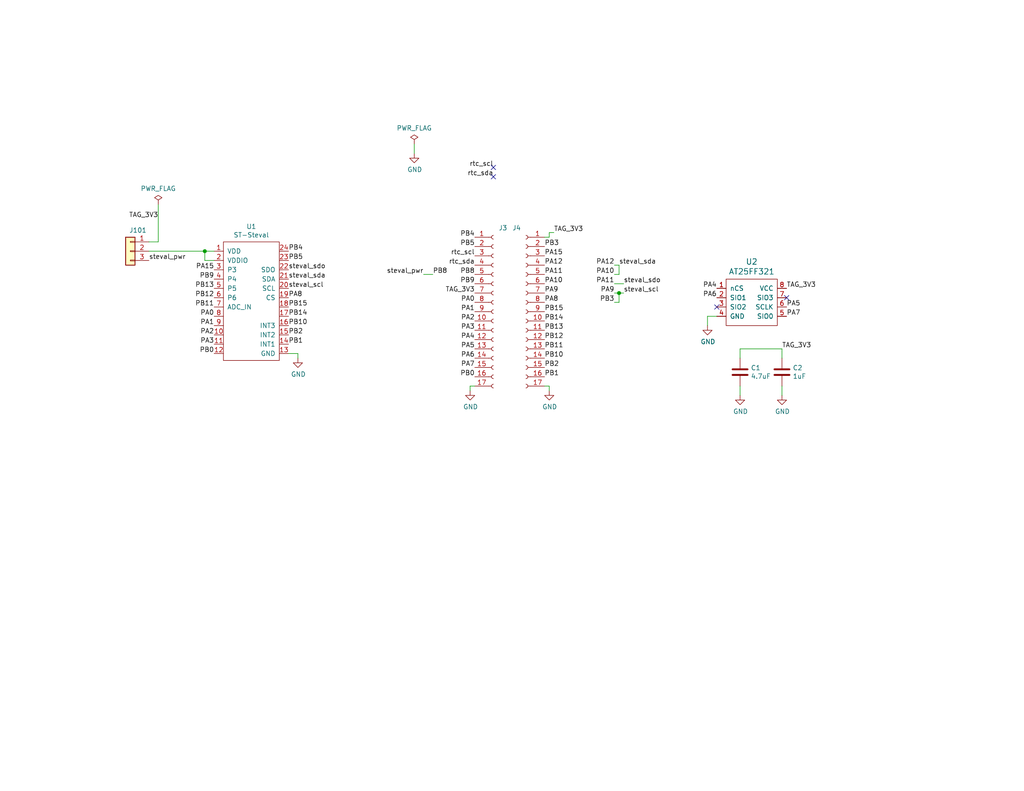
<source format=kicad_sch>
(kicad_sch (version 20231120) (generator "eeschema") (generator_version "8.0")
  (paper "A")
  (title_block (title "Tag Breakout Board Steval Dauguter") (date "2020-10-24"))
  (lib_symbols
    (symbol "Connector_Generic:Conn_01x03" (pin_names (offset 1.016) hide)
      (property "Reference" "J" (at 0 5.08 0))
      (property "Value" "Conn_01x03" (at 0 -5.08 0))
      (symbol "Conn_01x03_1_1"
        (rectangle (start -1.27 -2.413) (end 0 -2.667) (stroke (width 0.1524)))
        (rectangle (start -1.27 0.127) (end 0 -0.127) (stroke (width 0.1524)))
        (rectangle (start -1.27 2.667) (end 0 2.413) (stroke (width 0.1524)))
        (rectangle (start -1.27 3.81) (end 1.27 -3.81) (stroke (width 0.254)) (fill (type background)))
        (pin passive line (at -5.08 2.54 0) (length 3.81) (name "Pin_1") (number "1"))
        (pin passive line (at -5.08 0 0) (length 3.81) (name "Pin_2") (number "2"))
        (pin passive line (at -5.08 -2.54 0) (length 3.81) (name "Pin_3") (number "3"))
      )
    )
    (symbol "Device:C" (pin_numbers hide) (pin_names (offset 0.254))
      (property "Reference" "C" (at 0.635 2.54 0))
      (property "Value" "C" (at 0.635 -2.54 0))
      (symbol "C_0_1"
        (polyline (pts (xy -2.032 -0.762) (xy 2.032 -0.762)) (stroke (width 0.508)))
        (polyline (pts (xy -2.032 0.762) (xy 2.032 0.762)) (stroke (width 0.508)))
      )
      (symbol "C_1_1"
        (pin passive line (at 0 3.81 270) (length 2.794) (name "~") (number "1"))
        (pin passive line (at 0 -3.81 90) (length 2.794) (name "~") (number "2"))
      )
    )
    (symbol "power:GND" (power) (pin_names (offset 0))
      (property "Value" "GND" (at 0 -3.81 0))
      (symbol "GND_0_1"
        (polyline (pts (xy 0 0) (xy 0 -1.27) (xy 1.27 -1.27) (xy 0 -2.54) (xy -1.27 -1.27) (xy 0 -1.27)))
      )
      (symbol "GND_1_1"
        (pin power_in line (at 0 0 270) (length 0) hide (name "GND") (number "1"))
      )
    )
    (symbol "power:PWR_FLAG" (power) (pin_numbers hide) (pin_names (offset 0) hide)
      (property "Value" "PWR_FLAG" (at 0 3.81 0))
      (symbol "PWR_FLAG_0_0"
        (pin power_out line (at 0 0 90) (length 0) (name "pwr") (number "1"))
      )
      (symbol "PWR_FLAG_0_1"
        (polyline (pts (xy 0 0) (xy 0 1.27) (xy -1.016 1.905) (xy 0 2.54) (xy 1.016 1.905) (xy 0 1.27)))
      )
    )
    (symbol "tag-breakout-steval-daughter-v2-rescue:Conn_01x17_Female-Connector" (pin_names (offset 1.016) hide)
      (property "Reference" "J" (at 0 22.86 0))
      (property "Value" "Conn_01x17_Female-Connector" (at 0 -22.86 0))
      (symbol "Conn_01x17_Female-Connector_1_1"
        (arc (start 0 -19.812) (mid -0.5058 -20.32) (end 0 -20.828) (stroke (width 0.1524)))
        (arc (start 0 -17.272) (mid -0.5058 -17.78) (end 0 -18.288) (stroke (width 0.1524)))
        (arc (start 0 -14.732) (mid -0.5058 -15.24) (end 0 -15.748) (stroke (width 0.1524)))
        (arc (start 0 -12.192) (mid -0.5058 -12.7) (end 0 -13.208) (stroke (width 0.1524)))
        (arc (start 0 -9.652) (mid -0.5058 -10.16) (end 0 -10.668) (stroke (width 0.1524)))
        (arc (start 0 -7.112) (mid -0.5058 -7.62) (end 0 -8.128) (stroke (width 0.1524)))
        (arc (start 0 -4.572) (mid -0.5058 -5.08) (end 0 -5.588) (stroke (width 0.1524)))
        (arc (start 0 -2.032) (mid -0.5058 -2.54) (end 0 -3.048) (stroke (width 0.1524)))
        (polyline (pts (xy -1.27 -20.32) (xy -0.508 -20.32)) (stroke (width 0.1524)))
        (polyline (pts (xy -1.27 -17.78) (xy -0.508 -17.78)) (stroke (width 0.1524)))
        (polyline (pts (xy -1.27 -15.24) (xy -0.508 -15.24)) (stroke (width 0.1524)))
        (polyline (pts (xy -1.27 -12.7) (xy -0.508 -12.7)) (stroke (width 0.1524)))
        (polyline (pts (xy -1.27 -10.16) (xy -0.508 -10.16)) (stroke (width 0.1524)))
        (polyline (pts (xy -1.27 -7.62) (xy -0.508 -7.62)) (stroke (width 0.1524)))
        (polyline (pts (xy -1.27 -5.08) (xy -0.508 -5.08)) (stroke (width 0.1524)))
        (polyline (pts (xy -1.27 -2.54) (xy -0.508 -2.54)) (stroke (width 0.1524)))
        (polyline (pts (xy -1.27 0) (xy -0.508 0)) (stroke (width 0.1524)))
        (polyline (pts (xy -1.27 2.54) (xy -0.508 2.54)) (stroke (width 0.1524)))
        (polyline (pts (xy -1.27 5.08) (xy -0.508 5.08)) (stroke (width 0.1524)))
        (polyline (pts (xy -1.27 7.62) (xy -0.508 7.62)) (stroke (width 0.1524)))
        (polyline (pts (xy -1.27 10.16) (xy -0.508 10.16)) (stroke (width 0.1524)))
        (polyline (pts (xy -1.27 12.7) (xy -0.508 12.7)) (stroke (width 0.1524)))
        (polyline (pts (xy -1.27 15.24) (xy -0.508 15.24)) (stroke (width 0.1524)))
        (polyline (pts (xy -1.27 17.78) (xy -0.508 17.78)) (stroke (width 0.1524)))
        (polyline (pts (xy -1.27 20.32) (xy -0.508 20.32)) (stroke (width 0.1524)))
        (arc (start 0 0.508) (mid -0.5058 0) (end 0 -0.508) (stroke (width 0.1524)))
        (arc (start 0 3.048) (mid -0.5058 2.54) (end 0 2.032) (stroke (width 0.1524)))
        (arc (start 0 5.588) (mid -0.5058 5.08) (end 0 4.572) (stroke (width 0.1524)))
        (arc (start 0 8.128) (mid -0.5058 7.62) (end 0 7.112) (stroke (width 0.1524)))
        (arc (start 0 10.668) (mid -0.5058 10.16) (end 0 9.652) (stroke (width 0.1524)))
        (arc (start 0 13.208) (mid -0.5058 12.7) (end 0 12.192) (stroke (width 0.1524)))
        (arc (start 0 15.748) (mid -0.5058 15.24) (end 0 14.732) (stroke (width 0.1524)))
        (arc (start 0 18.288) (mid -0.5058 17.78) (end 0 17.272) (stroke (width 0.1524)))
        (arc (start 0 20.828) (mid -0.5058 20.32) (end 0 19.812) (stroke (width 0.1524)))
        (pin passive line (at -5.08 20.32 0) (length 3.81) (name "Pin_1") (number "1"))
        (pin passive line (at -5.08 -2.54 0) (length 3.81) (name "Pin_10") (number "10"))
        (pin passive line (at -5.08 -5.08 0) (length 3.81) (name "Pin_11") (number "11"))
        (pin passive line (at -5.08 -7.62 0) (length 3.81) (name "Pin_12") (number "12"))
        (pin passive line (at -5.08 -10.16 0) (length 3.81) (name "Pin_13") (number "13"))
        (pin passive line (at -5.08 -12.7 0) (length 3.81) (name "Pin_14") (number "14"))
        (pin passive line (at -5.08 -15.24 0) (length 3.81) (name "Pin_15") (number "15"))
        (pin passive line (at -5.08 -17.78 0) (length 3.81) (name "Pin_16") (number "16"))
        (pin passive line (at -5.08 -20.32 0) (length 3.81) (name "Pin_17") (number "17"))
        (pin passive line (at -5.08 17.78 0) (length 3.81) (name "Pin_2") (number "2"))
        (pin passive line (at -5.08 15.24 0) (length 3.81) (name "Pin_3") (number "3"))
        (pin passive line (at -5.08 12.7 0) (length 3.81) (name "Pin_4") (number "4"))
        (pin passive line (at -5.08 10.16 0) (length 3.81) (name "Pin_5") (number "5"))
        (pin passive line (at -5.08 7.62 0) (length 3.81) (name "Pin_6") (number "6"))
        (pin passive line (at -5.08 5.08 0) (length 3.81) (name "Pin_7") (number "7"))
        (pin passive line (at -5.08 2.54 0) (length 3.81) (name "Pin_8") (number "8"))
        (pin passive line (at -5.08 0 0) (length 3.81) (name "Pin_9") (number "9"))
      )
    )
    (symbol "tag-breakout-steval-daughter-v2-rescue:MX25R6435F-gpsparts" (pin_names (offset 1.016))
      (property "Reference" "U" (at 0 8.89 0))
      (property "Value" "MX25R6435F-gpsparts" (at 0 -8.89 0))
      (symbol "MX25R6435F-gpsparts_0_1"
        (rectangle (start -7.62 -6.35) (end 6.35 6.35))
      )
      (symbol "MX25R6435F-gpsparts_1_1"
        (pin input line (at -10.16 3.81 0) (length 2.54) (name "nCS") (number "1"))
        (pin bidirectional line (at -10.16 1.27 0) (length 2.54) (name "SIO1") (number "2"))
        (pin bidirectional line (at -10.16 -1.27 0) (length 2.54) (name "SIO2") (number "3"))
        (pin power_in line (at -10.16 -3.81 0) (length 2.54) (name "GND") (number "4"))
        (pin bidirectional line (at 8.89 -3.81 180) (length 2.54) (name "SIO0") (number "5"))
        (pin input line (at 8.89 -1.27 180) (length 2.54) (name "SCLK") (number "6"))
        (pin bidirectional line (at 8.89 1.27 180) (length 2.54) (name "SIO3") (number "7"))
        (pin power_in line (at 8.89 3.81 180) (length 2.54) (name "VCC") (number "8"))
      )
    )
    (symbol "tag-breakout-steval-daughter-v2-rescue:ST-Steval-gpsparts" (pin_names (offset 1.016))
      (property "Reference" "U" (at -0.635 15.875 0))
      (property "Value" "ST-Steval-gpsparts" (at 0 13.97 0))
      (symbol "ST-Steval-gpsparts_0_1"
        (rectangle (start 7.62 12.7) (end -7.62 -19.685))
      )
      (symbol "ST-Steval-gpsparts_1_1"
        (pin power_in line (at -10.16 10.16 0) (length 2.54) (name "VDD") (number "1"))
        (pin input line (at -10.16 -12.7 0) (length 2.54) (name "~") (number "10"))
        (pin input line (at -10.16 -15.24 0) (length 2.54) (name "~") (number "11"))
        (pin input line (at -10.16 -17.78 0) (length 2.54) (name "~") (number "12"))
        (pin power_in line (at 10.16 -17.78 180) (length 2.54) (name "GND") (number "13"))
        (pin input line (at 10.16 -15.24 180) (length 2.54) (name "INT1") (number "14"))
        (pin input line (at 10.16 -12.7 180) (length 2.54) (name "INT2") (number "15"))
        (pin input line (at 10.16 -10.16 180) (length 2.54) (name "INT3") (number "16"))
        (pin input line (at 10.16 -7.62 180) (length 2.54) (name "~") (number "17"))
        (pin input line (at 10.16 -5.08 180) (length 2.54) (name "~") (number "18"))
        (pin input line (at 10.16 -2.54 180) (length 2.54) (name "CS") (number "19"))
        (pin power_in line (at -10.16 7.62 0) (length 2.54) (name "VDDIO") (number "2"))
        (pin input line (at 10.16 0 180) (length 2.54) (name "SCL") (number "20"))
        (pin input line (at 10.16 2.54 180) (length 2.54) (name "SDA") (number "21"))
        (pin output line (at 10.16 5.08 180) (length 2.54) (name "SDO") (number "22"))
        (pin input line (at 10.16 7.62 180) (length 2.54) (name "~") (number "23"))
        (pin input line (at 10.16 10.16 180) (length 2.54) (name "~") (number "24"))
        (pin input line (at -10.16 5.08 0) (length 2.54) (name "P3") (number "3"))
        (pin input line (at -10.16 2.54 0) (length 2.54) (name "P4") (number "4"))
        (pin input line (at -10.16 0 0) (length 2.54) (name "P5") (number "5"))
        (pin input line (at -10.16 -2.54 0) (length 2.54) (name "P6") (number "6"))
        (pin input line (at -10.16 -5.08 0) (length 2.54) (name "ADC_IN") (number "7"))
        (pin input line (at -10.16 -7.62 0) (length 2.54) (name "~") (number "8"))
        (pin input line (at -10.16 -10.16 0) (length 2.54) (name "~") (number "9"))
      )
    )
  )
  (junction (at 168.91 80.01))
  (junction (at 55.88 68.58))
  (no_connect (at 195.58 83.82))
  (no_connect (at 134.62 48.26))
  (no_connect (at 214.63 81.28))
  (no_connect (at 134.62 45.72))
  (wire (pts (xy 213.36 105.41) (xy 213.36 107.95)))
  (wire (pts (xy 195.58 86.36) (xy 193.04 86.36)))
  (wire (pts (xy 167.64 74.93) (xy 168.91 74.93)))
  (wire (pts (xy 113.03 39.37) (xy 113.03 41.91)))
  (wire (pts (xy 43.18 55.88) (xy 43.18 66.04)))
  (wire (pts (xy 55.88 71.12) (xy 58.42 71.12)))
  (wire (pts (xy 167.64 72.39) (xy 168.91 72.39)))
  (wire (pts (xy 78.74 96.52) (xy 81.28 96.52)))
  (wire (pts (xy 55.88 68.58) (xy 58.42 68.58)))
  (wire (pts (xy 128.27 105.41) (xy 128.27 106.68)))
  (wire (pts (xy 55.88 68.58) (xy 55.88 71.12)))
  (wire (pts (xy 168.91 80.01) (xy 170.18 80.01)))
  (wire (pts (xy 40.64 66.04) (xy 43.18 66.04)))
  (wire (pts (xy 149.86 105.41) (xy 149.86 106.68)))
  (wire (pts (xy 149.86 64.77) (xy 148.59 64.77)))
  (wire (pts (xy 168.91 72.39) (xy 168.91 74.93)))
  (wire (pts (xy 213.36 95.25) (xy 201.93 95.25)))
  (wire (pts (xy 40.64 68.58) (xy 55.88 68.58)))
  (wire (pts (xy 149.86 63.5) (xy 149.86 64.77)))
  (wire (pts (xy 193.04 86.36) (xy 193.04 88.9)))
  (wire (pts (xy 129.54 105.41) (xy 128.27 105.41)))
  (wire (pts (xy 167.64 82.55) (xy 168.91 82.55)))
  (wire (pts (xy 168.91 82.55) (xy 168.91 80.01)))
  (wire (pts (xy 81.28 96.52) (xy 81.28 97.79)))
  (wire (pts (xy 151.13 63.5) (xy 149.86 63.5)))
  (wire (pts (xy 167.64 77.47) (xy 170.18 77.47)))
  (wire (pts (xy 167.64 80.01) (xy 168.91 80.01)))
  (wire (pts (xy 115.57 74.93) (xy 118.11 74.93)))
  (wire (pts (xy 201.93 105.41) (xy 201.93 107.95)))
  (wire (pts (xy 148.59 105.41) (xy 149.86 105.41)))
  (wire (pts (xy 201.93 95.25) (xy 201.93 97.79)))
  (wire (pts (xy 213.36 95.25) (xy 213.36 97.79)))
  (label "PA7" (at 129.54 100.33 180))
  (label "PA11" (at 167.64 77.47 180))
  (label "PA3" (at 129.54 90.17 180))
  (label "steval_pwr" (at 115.57 74.93 180))
  (label "PA4" (at 129.54 92.71 180))
  (label "rtc_sda" (at 129.54 72.39 180))
  (label "PA7" (at 214.63 86.36 0))
  (label "PA2" (at 58.42 91.44 180))
  (label "rtc_sda" (at 134.62 48.26 180))
  (label "TAG_3V3" (at 43.18 59.69 180))
  (label "PA9" (at 148.59 80.01 0))
  (label "TAG_3V3" (at 214.63 78.74 0))
  (label "PB13" (at 58.42 78.74 180))
  (label "PB10" (at 78.74 88.9 0))
  (label "PB10" (at 148.59 97.79 0))
  (label "PB1" (at 148.59 102.87 0))
  (label "PA0" (at 129.54 82.55 180))
  (label "PA15" (at 58.42 73.66 180))
  (label "PA11" (at 148.59 74.93 0))
  (label "PB3" (at 148.59 67.31 0))
  (label "PB5" (at 78.74 71.12 0))
  (label "PB15" (at 78.74 83.82 0))
  (label "steval_sdo" (at 78.74 73.66 0))
  (label "PB15" (at 148.59 85.09 0))
  (label "PA1" (at 129.54 85.09 180))
  (label "steval_pwr" (at 40.64 71.12 0))
  (label "PA8" (at 78.74 81.28 0))
  (label "PB0" (at 129.54 102.87 180))
  (label "PB0" (at 58.42 96.52 180))
  (label "PA4" (at 195.58 78.74 180))
  (label "PA3" (at 58.42 93.98 180))
  (label "steval_scl" (at 78.74 78.74 0))
  (label "PA2" (at 129.54 87.63 180))
  (label "PA12" (at 148.59 72.39 0))
  (label "PA5" (at 129.54 95.25 180))
  (label "PB12" (at 58.42 81.28 180))
  (label "rtc_scl" (at 129.54 69.85 180))
  (label "PB8" (at 129.54 74.93 180))
  (label "PB14" (at 78.74 86.36 0))
  (label "PA8" (at 148.59 82.55 0))
  (label "PB1" (at 78.74 93.98 0))
  (label "PB8" (at 118.11 74.93 0))
  (label "PB11" (at 148.59 95.25 0))
  (label "PA10" (at 167.64 74.93 180))
  (label "PB5" (at 129.54 67.31 180))
  (label "PB12" (at 148.59 92.71 0))
  (label "PA10" (at 148.59 77.47 0))
  (label "PA9" (at 167.64 80.01 180))
  (label "PA0" (at 58.42 86.36 180))
  (label "PB4" (at 129.54 64.77 180))
  (label "steval_scl" (at 170.18 80.01 0))
  (label "PB14" (at 148.59 87.63 0))
  (label "steval_sda" (at 78.74 76.2 0))
  (label "PB9" (at 58.42 76.2 180))
  (label "PA15" (at 148.59 69.85 0))
  (label "PA12" (at 167.64 72.39 180))
  (label "PA6" (at 195.58 81.28 180))
  (label "PB2" (at 148.59 100.33 0))
  (label "PA5" (at 214.63 83.82 0))
  (label "PB2" (at 78.74 91.44 0))
  (label "TAG_3V3" (at 151.13 63.5 0))
  (label "PA6" (at 129.54 97.79 180))
  (label "PB11" (at 58.42 83.82 180))
  (label "PB4" (at 78.74 68.58 0))
  (label "steval_sdo" (at 170.18 77.47 0))
  (label "PB9" (at 129.54 77.47 180))
  (label "PB13" (at 148.59 90.17 0))
  (label "PB3" (at 167.64 82.55 180))
  (label "TAG_3V3" (at 213.36 95.25 0))
  (label "rtc_scl" (at 134.62 45.72 180))
  (label "PA1" (at 58.42 88.9 180))
  (label "steval_sda" (at 168.91 72.39 0))
  (label "TAG_3V3" (at 129.54 80.01 180))
  (symbol (lib_id "power:PWR_FLAG") (at 43.18 55.88 0) (unit 1)
    (property "Reference" "#FLG0101" (effects (hide yes)))
    (property "Value" "PWR_FLAG" (at 43.18 51.4858 0))
  )
  (symbol (lib_id "power:PWR_FLAG") (at 113.03 39.37 0) (unit 1)
    (property "Reference" "#FLG0102" (effects (hide yes)))
    (property "Value" "PWR_FLAG" (at 113.03 34.9758 0))
  )
  (symbol (lib_id "power:GND") (at 113.03 41.91 0) (unit 1)
    (property "Reference" "#PWR0107" (effects (hide yes)))
    (property "Value" "GND" (at 113.157 46.3042 0))
  )
  (symbol (lib_id "tag-breakout-steval-daughter-v2-rescue:Conn_01x17_Female-Connector") (at 143.51 85.09 0) (mirror y) (unit 1)
    (property "Reference" "J4" (at 140.97 62.23 0))
    (property "Value" "Conn_01x17" (effects (hide yes)))
    (property "Footprint" "library:PinHeader_1x17_P2.54mm_Vertical_Staggered" (effects (hide yes)))
  )
  (symbol (lib_id "tag-breakout-steval-daughter-v2-rescue:Conn_01x17_Female-Connector") (at 134.62 85.09 0) (unit 1)
    (property "Reference" "J3" (at 138.43 62.23 0) (effects (justify right)))
    (property "Value" "Conn_01x17" (effects (hide yes)))
    (property "Footprint" "library:PinHeader_1x17_P2.54mm_Vertical_Staggered" (effects (hide yes)))
  )
  (symbol (lib_id "power:GND") (at 149.86 106.68 0) (unit 1)
    (property "Reference" "#PWR0101" (effects (hide yes)))
    (property "Value" "GND" (at 149.987 111.0742 0))
  )
  (symbol (lib_id "power:GND") (at 128.27 106.68 0) (unit 1)
    (property "Reference" "#PWR0102" (effects (hide yes)))
    (property "Value" "GND" (at 128.397 111.0742 0))
  )
  (symbol (lib_id "tag-breakout-steval-daughter-v2-rescue:MX25R6435F-gpsparts") (at 205.74 82.55 0) (unit 1)
    (property "Reference" "U2" (at 205.105 71.4502 0) (effects (font (size 1.524 1.524))))
    (property "Value" "AT25FF321" (at 205.105 74.1426 0) (effects (font (size 1.524 1.524))))
    (property "Footprint" "Package_SO:SO-8_5.3x6.2mm_P1.27mm" (effects (hide yes)))
  )
  (symbol (lib_id "Device:C") (at 201.93 101.6 0) (unit 1)
    (property "Reference" "C1" (at 204.851 100.4316 0) (effects (justify left)))
    (property "Value" "4.7uF" (at 204.851 102.743 0) (effects (justify left)))
    (property "Footprint" "Capacitor_SMD:C_0805_2012Metric" (effects (hide yes)))
  )
  (symbol (lib_id "Device:C") (at 213.36 101.6 0) (unit 1)
    (property "Reference" "C2" (at 216.281 100.4316 0) (effects (justify left)))
    (property "Value" "1uF" (at 216.281 102.743 0) (effects (justify left)))
    (property "Footprint" "Capacitor_SMD:C_0805_2012Metric" (effects (hide yes)))
  )
  (symbol (lib_id "power:GND") (at 201.93 107.95 0) (unit 1)
    (property "Reference" "#PWR0103" (effects (hide yes)))
    (property "Value" "GND" (at 202.057 112.3442 0))
  )
  (symbol (lib_id "power:GND") (at 213.36 107.95 0) (unit 1)
    (property "Reference" "#PWR0104" (effects (hide yes)))
    (property "Value" "GND" (at 213.487 112.3442 0))
  )
  (symbol (lib_id "power:GND") (at 193.04 88.9 0) (unit 1)
    (property "Reference" "#PWR0105" (effects (hide yes)))
    (property "Value" "GND" (at 193.167 93.2942 0))
  )
  (symbol (lib_id "tag-breakout-steval-daughter-v2-rescue:ST-Steval-gpsparts") (at 68.58 78.74 0) (unit 1)
    (property "Reference" "U1" (at 68.58 61.849 0))
    (property "Value" "ST-Steval" (at 68.58 64.1604 0))
    (property "Footprint" "Package_DIP:DIP-24_W15.24mm_Socket" (effects (hide yes)))
  )
  (symbol (lib_id "power:GND") (at 81.28 97.79 0) (unit 1)
    (property "Reference" "#PWR0106" (effects (hide yes)))
    (property "Value" "GND" (at 81.407 102.1842 0))
  )
  (symbol (lib_id "Connector_Generic:Conn_01x03") (at 35.56 68.58 0) (mirror y) (unit 1)
    (property "Reference" "J101" (at 37.6428 62.865 0))
    (property "Value" "Conn_01x03" (effects (hide yes)))
    (property "Footprint" "Connector_PinHeader_2.54mm:PinHeader_1x03_P2.54mm_Vertical" (effects (hide yes)))
  )
)
</source>
